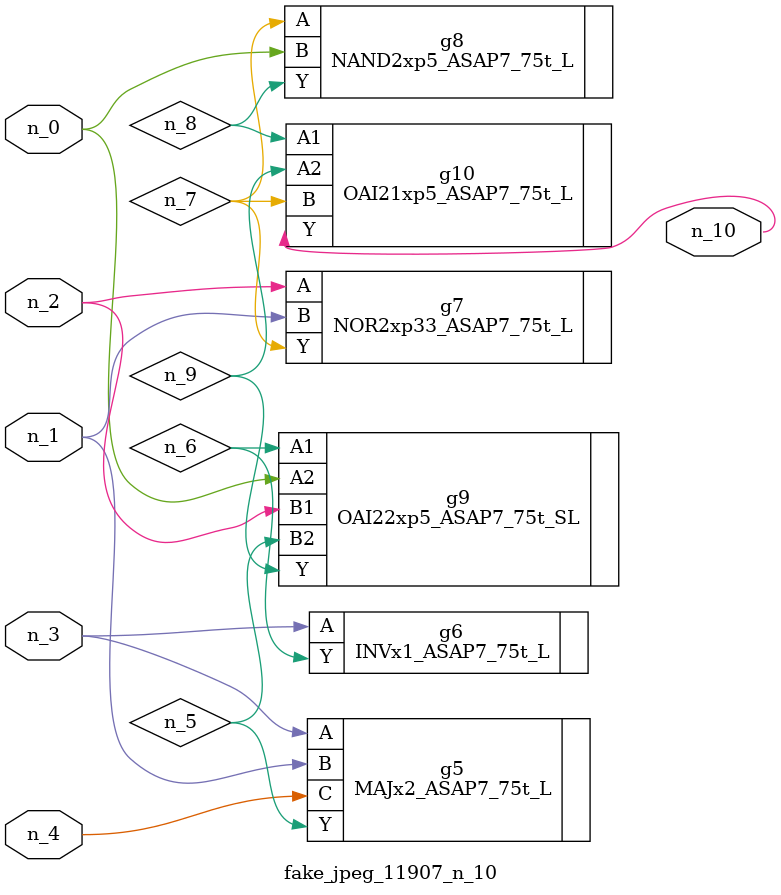
<source format=v>
module fake_jpeg_11907_n_10 (n_3, n_2, n_1, n_0, n_4, n_10);

input n_3;
input n_2;
input n_1;
input n_0;
input n_4;

output n_10;

wire n_8;
wire n_9;
wire n_6;
wire n_5;
wire n_7;

MAJx2_ASAP7_75t_L g5 ( 
.A(n_3),
.B(n_1),
.C(n_4),
.Y(n_5)
);

INVx1_ASAP7_75t_L g6 ( 
.A(n_3),
.Y(n_6)
);

NOR2xp33_ASAP7_75t_L g7 ( 
.A(n_2),
.B(n_1),
.Y(n_7)
);

NAND2xp5_ASAP7_75t_L g8 ( 
.A(n_7),
.B(n_0),
.Y(n_8)
);

OAI21xp5_ASAP7_75t_L g10 ( 
.A1(n_8),
.A2(n_9),
.B(n_7),
.Y(n_10)
);

OAI22xp5_ASAP7_75t_SL g9 ( 
.A1(n_6),
.A2(n_0),
.B1(n_2),
.B2(n_5),
.Y(n_9)
);


endmodule
</source>
